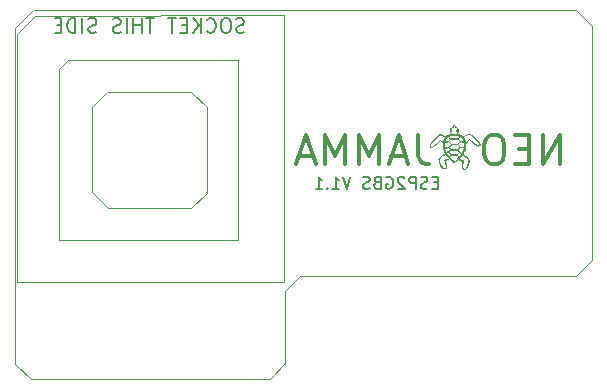
<source format=gbo>
G04 #@! TF.FileFunction,Legend,Bot*
%FSLAX46Y46*%
G04 Gerber Fmt 4.6, Leading zero omitted, Abs format (unit mm)*
G04 Created by KiCad (PCBNEW 4.0.7) date 08/06/20 13:21:24*
%MOMM*%
%LPD*%
G01*
G04 APERTURE LIST*
%ADD10C,0.100000*%
%ADD11C,0.200000*%
%ADD12C,0.150000*%
%ADD13C,0.300000*%
%ADD14C,0.010000*%
G04 APERTURE END LIST*
D10*
X110650000Y-128175000D02*
X130875000Y-128175000D01*
X158175000Y-98250000D02*
X158175000Y-98275000D01*
X156850000Y-96925000D02*
X158175000Y-98250000D01*
X110900000Y-96925000D02*
X156850000Y-96925000D01*
X109332000Y-126860000D02*
X109332000Y-98475000D01*
X132200000Y-120725000D02*
X132200000Y-126853000D01*
X133496000Y-119442000D02*
X132201000Y-120737000D01*
X158176000Y-118118000D02*
X156842000Y-119452000D01*
X158176000Y-98247000D02*
X158176000Y-118118000D01*
X109354000Y-98465000D02*
X110893000Y-96926000D01*
X133500000Y-119452000D02*
X156827000Y-119452000D01*
D11*
X128729572Y-98778714D02*
X128558143Y-98835857D01*
X128272429Y-98835857D01*
X128158143Y-98778714D01*
X128101000Y-98721571D01*
X128043857Y-98607286D01*
X128043857Y-98493000D01*
X128101000Y-98378714D01*
X128158143Y-98321571D01*
X128272429Y-98264429D01*
X128501000Y-98207286D01*
X128615286Y-98150143D01*
X128672429Y-98093000D01*
X128729572Y-97978714D01*
X128729572Y-97864429D01*
X128672429Y-97750143D01*
X128615286Y-97693000D01*
X128501000Y-97635857D01*
X128215286Y-97635857D01*
X128043857Y-97693000D01*
X127301000Y-97635857D02*
X127072429Y-97635857D01*
X126958143Y-97693000D01*
X126843857Y-97807286D01*
X126786715Y-98035857D01*
X126786715Y-98435857D01*
X126843857Y-98664429D01*
X126958143Y-98778714D01*
X127072429Y-98835857D01*
X127301000Y-98835857D01*
X127415286Y-98778714D01*
X127529572Y-98664429D01*
X127586715Y-98435857D01*
X127586715Y-98035857D01*
X127529572Y-97807286D01*
X127415286Y-97693000D01*
X127301000Y-97635857D01*
X125586714Y-98721571D02*
X125643857Y-98778714D01*
X125815286Y-98835857D01*
X125929572Y-98835857D01*
X126101000Y-98778714D01*
X126215286Y-98664429D01*
X126272429Y-98550143D01*
X126329572Y-98321571D01*
X126329572Y-98150143D01*
X126272429Y-97921571D01*
X126215286Y-97807286D01*
X126101000Y-97693000D01*
X125929572Y-97635857D01*
X125815286Y-97635857D01*
X125643857Y-97693000D01*
X125586714Y-97750143D01*
X125072429Y-98835857D02*
X125072429Y-97635857D01*
X124386714Y-98835857D02*
X124901000Y-98150143D01*
X124386714Y-97635857D02*
X125072429Y-98321571D01*
X123872429Y-98207286D02*
X123472429Y-98207286D01*
X123301000Y-98835857D02*
X123872429Y-98835857D01*
X123872429Y-97635857D01*
X123301000Y-97635857D01*
X122958143Y-97635857D02*
X122272429Y-97635857D01*
X122615286Y-98835857D02*
X122615286Y-97635857D01*
X121129571Y-97635857D02*
X120443857Y-97635857D01*
X120786714Y-98835857D02*
X120786714Y-97635857D01*
X120043857Y-98835857D02*
X120043857Y-97635857D01*
X120043857Y-98207286D02*
X119358142Y-98207286D01*
X119358142Y-98835857D02*
X119358142Y-97635857D01*
X118786714Y-98835857D02*
X118786714Y-97635857D01*
X118272428Y-98778714D02*
X118100999Y-98835857D01*
X117815285Y-98835857D01*
X117700999Y-98778714D01*
X117643856Y-98721571D01*
X117586713Y-98607286D01*
X117586713Y-98493000D01*
X117643856Y-98378714D01*
X117700999Y-98321571D01*
X117815285Y-98264429D01*
X118043856Y-98207286D01*
X118158142Y-98150143D01*
X118215285Y-98093000D01*
X118272428Y-97978714D01*
X118272428Y-97864429D01*
X118215285Y-97750143D01*
X118158142Y-97693000D01*
X118043856Y-97635857D01*
X117758142Y-97635857D01*
X117586713Y-97693000D01*
X116215285Y-98778714D02*
X116043856Y-98835857D01*
X115758142Y-98835857D01*
X115643856Y-98778714D01*
X115586713Y-98721571D01*
X115529570Y-98607286D01*
X115529570Y-98493000D01*
X115586713Y-98378714D01*
X115643856Y-98321571D01*
X115758142Y-98264429D01*
X115986713Y-98207286D01*
X116100999Y-98150143D01*
X116158142Y-98093000D01*
X116215285Y-97978714D01*
X116215285Y-97864429D01*
X116158142Y-97750143D01*
X116100999Y-97693000D01*
X115986713Y-97635857D01*
X115700999Y-97635857D01*
X115529570Y-97693000D01*
X115015285Y-98835857D02*
X115015285Y-97635857D01*
X114443856Y-98835857D02*
X114443856Y-97635857D01*
X114158141Y-97635857D01*
X113986713Y-97693000D01*
X113872427Y-97807286D01*
X113815284Y-97921571D01*
X113758141Y-98150143D01*
X113758141Y-98321571D01*
X113815284Y-98550143D01*
X113872427Y-98664429D01*
X113986713Y-98778714D01*
X114158141Y-98835857D01*
X114443856Y-98835857D01*
X113243856Y-98207286D02*
X112843856Y-98207286D01*
X112672427Y-98835857D02*
X113243856Y-98835857D01*
X113243856Y-97635857D01*
X112672427Y-97635857D01*
D12*
X145109857Y-111520571D02*
X144776523Y-111520571D01*
X144633666Y-112044381D02*
X145109857Y-112044381D01*
X145109857Y-111044381D01*
X144633666Y-111044381D01*
X144252714Y-111996762D02*
X144109857Y-112044381D01*
X143871761Y-112044381D01*
X143776523Y-111996762D01*
X143728904Y-111949143D01*
X143681285Y-111853905D01*
X143681285Y-111758667D01*
X143728904Y-111663429D01*
X143776523Y-111615810D01*
X143871761Y-111568190D01*
X144062238Y-111520571D01*
X144157476Y-111472952D01*
X144205095Y-111425333D01*
X144252714Y-111330095D01*
X144252714Y-111234857D01*
X144205095Y-111139619D01*
X144157476Y-111092000D01*
X144062238Y-111044381D01*
X143824142Y-111044381D01*
X143681285Y-111092000D01*
X143252714Y-112044381D02*
X143252714Y-111044381D01*
X142871761Y-111044381D01*
X142776523Y-111092000D01*
X142728904Y-111139619D01*
X142681285Y-111234857D01*
X142681285Y-111377714D01*
X142728904Y-111472952D01*
X142776523Y-111520571D01*
X142871761Y-111568190D01*
X143252714Y-111568190D01*
X142300333Y-111139619D02*
X142252714Y-111092000D01*
X142157476Y-111044381D01*
X141919380Y-111044381D01*
X141824142Y-111092000D01*
X141776523Y-111139619D01*
X141728904Y-111234857D01*
X141728904Y-111330095D01*
X141776523Y-111472952D01*
X142347952Y-112044381D01*
X141728904Y-112044381D01*
X140776523Y-111092000D02*
X140871761Y-111044381D01*
X141014618Y-111044381D01*
X141157476Y-111092000D01*
X141252714Y-111187238D01*
X141300333Y-111282476D01*
X141347952Y-111472952D01*
X141347952Y-111615810D01*
X141300333Y-111806286D01*
X141252714Y-111901524D01*
X141157476Y-111996762D01*
X141014618Y-112044381D01*
X140919380Y-112044381D01*
X140776523Y-111996762D01*
X140728904Y-111949143D01*
X140728904Y-111615810D01*
X140919380Y-111615810D01*
X139966999Y-111520571D02*
X139824142Y-111568190D01*
X139776523Y-111615810D01*
X139728904Y-111711048D01*
X139728904Y-111853905D01*
X139776523Y-111949143D01*
X139824142Y-111996762D01*
X139919380Y-112044381D01*
X140300333Y-112044381D01*
X140300333Y-111044381D01*
X139966999Y-111044381D01*
X139871761Y-111092000D01*
X139824142Y-111139619D01*
X139776523Y-111234857D01*
X139776523Y-111330095D01*
X139824142Y-111425333D01*
X139871761Y-111472952D01*
X139966999Y-111520571D01*
X140300333Y-111520571D01*
X139347952Y-111996762D02*
X139205095Y-112044381D01*
X138966999Y-112044381D01*
X138871761Y-111996762D01*
X138824142Y-111949143D01*
X138776523Y-111853905D01*
X138776523Y-111758667D01*
X138824142Y-111663429D01*
X138871761Y-111615810D01*
X138966999Y-111568190D01*
X139157476Y-111520571D01*
X139252714Y-111472952D01*
X139300333Y-111425333D01*
X139347952Y-111330095D01*
X139347952Y-111234857D01*
X139300333Y-111139619D01*
X139252714Y-111092000D01*
X139157476Y-111044381D01*
X138919380Y-111044381D01*
X138776523Y-111092000D01*
X137728904Y-111044381D02*
X137395571Y-112044381D01*
X137062237Y-111044381D01*
X136205094Y-112044381D02*
X136776523Y-112044381D01*
X136490809Y-112044381D02*
X136490809Y-111044381D01*
X136586047Y-111187238D01*
X136681285Y-111282476D01*
X136776523Y-111330095D01*
X135776523Y-111949143D02*
X135728904Y-111996762D01*
X135776523Y-112044381D01*
X135824142Y-111996762D01*
X135776523Y-111949143D01*
X135776523Y-112044381D01*
X134776523Y-112044381D02*
X135347952Y-112044381D01*
X135062238Y-112044381D02*
X135062238Y-111044381D01*
X135157476Y-111187238D01*
X135252714Y-111282476D01*
X135347952Y-111330095D01*
D13*
X155489905Y-109984952D02*
X155489905Y-107484952D01*
X154061333Y-109984952D01*
X154061333Y-107484952D01*
X152870857Y-108675429D02*
X152037524Y-108675429D01*
X151680381Y-109984952D02*
X152870857Y-109984952D01*
X152870857Y-107484952D01*
X151680381Y-107484952D01*
X150132761Y-107484952D02*
X149656571Y-107484952D01*
X149418476Y-107604000D01*
X149180380Y-107842095D01*
X149061333Y-108318286D01*
X149061333Y-109151619D01*
X149180380Y-109627810D01*
X149418476Y-109865905D01*
X149656571Y-109984952D01*
X150132761Y-109984952D01*
X150370857Y-109865905D01*
X150608952Y-109627810D01*
X150728000Y-109151619D01*
X150728000Y-108318286D01*
X150608952Y-107842095D01*
X150370857Y-107604000D01*
X150132761Y-107484952D01*
X143466094Y-107484952D02*
X143466094Y-109270667D01*
X143585142Y-109627810D01*
X143823237Y-109865905D01*
X144180380Y-109984952D01*
X144418475Y-109984952D01*
X142394666Y-109270667D02*
X141204189Y-109270667D01*
X142632761Y-109984952D02*
X141799427Y-107484952D01*
X140966094Y-109984952D01*
X140132761Y-109984952D02*
X140132761Y-107484952D01*
X139299428Y-109270667D01*
X138466094Y-107484952D01*
X138466094Y-109984952D01*
X137275618Y-109984952D02*
X137275618Y-107484952D01*
X136442285Y-109270667D01*
X135608951Y-107484952D01*
X135608951Y-109984952D01*
X134537523Y-109270667D02*
X133347046Y-109270667D01*
X134775618Y-109984952D02*
X133942284Y-107484952D01*
X133108951Y-109984952D01*
D10*
X117180000Y-113675000D02*
X117180000Y-113645000D01*
X124244000Y-113675000D02*
X117180000Y-113675000D01*
X125555000Y-112365000D02*
X125532000Y-112365000D01*
X125555000Y-105156000D02*
X125555000Y-112365000D01*
X115854000Y-112359000D02*
X115854000Y-105151000D01*
X117165000Y-103823000D02*
X124236000Y-103823000D01*
X109333000Y-126851000D02*
X110643000Y-128161000D01*
X115860000Y-112359000D02*
X117170000Y-113669000D01*
X124252000Y-103845000D02*
X125562000Y-105155000D01*
X132198000Y-126850000D02*
X130903000Y-128145000D01*
X125545000Y-112379000D02*
X124250000Y-113674000D01*
X117158000Y-103830000D02*
X115863000Y-105125000D01*
X132090000Y-97386000D02*
X111012000Y-97389000D01*
X109480000Y-98943000D02*
X109469000Y-119952000D01*
X111018000Y-97391000D02*
X109478000Y-98930000D01*
X113820000Y-101146000D02*
X113027000Y-101946000D01*
X109461000Y-119952000D02*
X132110000Y-119947000D01*
X132110000Y-119947000D02*
X132090000Y-97391000D01*
X113020000Y-101938000D02*
X113020000Y-116355000D01*
X113020000Y-116355000D02*
X128245000Y-116370000D01*
X128245000Y-116370000D02*
X128245000Y-101146000D01*
X128245000Y-101146000D02*
X113801000Y-101149000D01*
D14*
G36*
X146439732Y-106674094D02*
X146379554Y-106724621D01*
X146310935Y-106795346D01*
X146243744Y-106875234D01*
X146187850Y-106953248D01*
X146153123Y-107018355D01*
X146150926Y-107024536D01*
X146139084Y-107084508D01*
X146145074Y-107152116D01*
X146171372Y-107240096D01*
X146212994Y-107343816D01*
X146212934Y-107377691D01*
X146171148Y-107399505D01*
X146159265Y-107402639D01*
X146101918Y-107424835D01*
X146019956Y-107466255D01*
X145931046Y-107517967D01*
X145930389Y-107518377D01*
X145772877Y-107616607D01*
X145650989Y-107559469D01*
X145484055Y-107489807D01*
X145352182Y-107453598D01*
X145256585Y-107451164D01*
X145248356Y-107452967D01*
X145203841Y-107478690D01*
X145129650Y-107539347D01*
X145029497Y-107631589D01*
X144907096Y-107752065D01*
X144833347Y-107827381D01*
X144691845Y-107976118D01*
X144584665Y-108095885D01*
X144508602Y-108191953D01*
X144460453Y-108269593D01*
X144437015Y-108334077D01*
X144435084Y-108390676D01*
X144451455Y-108444661D01*
X144454371Y-108450950D01*
X144484850Y-108500039D01*
X144522316Y-108527417D01*
X144570763Y-108531037D01*
X144634185Y-108508850D01*
X144716575Y-108458808D01*
X144821928Y-108378864D01*
X144954237Y-108266969D01*
X145117495Y-108121076D01*
X145143106Y-108097769D01*
X145301651Y-107953238D01*
X145414961Y-108029338D01*
X145528272Y-108105438D01*
X145528686Y-108352024D01*
X145529838Y-108464591D01*
X145535560Y-108547515D01*
X145549922Y-108617783D01*
X145576995Y-108692382D01*
X145620848Y-108788298D01*
X145645505Y-108839554D01*
X145761909Y-109080500D01*
X145601556Y-109153716D01*
X145424544Y-109261550D01*
X145310357Y-109365282D01*
X145179511Y-109503632D01*
X145193516Y-109658082D01*
X145221043Y-109791545D01*
X145276074Y-109940620D01*
X145349774Y-110086670D01*
X145433307Y-110211056D01*
X145480680Y-110263906D01*
X145538047Y-110313295D01*
X145587048Y-110331901D01*
X145651954Y-110327869D01*
X145664922Y-110325755D01*
X145737754Y-110306069D01*
X145790489Y-110278841D01*
X145797958Y-110271700D01*
X145811860Y-110227107D01*
X145817158Y-110148741D01*
X145814851Y-110052711D01*
X145805937Y-109955128D01*
X145791415Y-109872101D01*
X145772283Y-109819742D01*
X145769731Y-109816293D01*
X145744046Y-109767793D01*
X145721385Y-109697737D01*
X145719763Y-109690820D01*
X145709102Y-109631497D01*
X145720498Y-109606378D01*
X145763896Y-109600334D01*
X145779425Y-109600052D01*
X145850445Y-109587377D01*
X145936734Y-109556723D01*
X145972144Y-109539889D01*
X146084987Y-109480874D01*
X146270467Y-109642637D01*
X146354077Y-109712338D01*
X146426626Y-109766964D01*
X146477824Y-109799053D01*
X146493522Y-109804400D01*
X146528592Y-109788649D01*
X146590429Y-109746540D01*
X146668120Y-109685790D01*
X146704078Y-109655518D01*
X146877061Y-109506637D01*
X146964954Y-109580013D01*
X147043350Y-109630483D01*
X147128557Y-109664420D01*
X147148223Y-109668641D01*
X147209184Y-109679122D01*
X147241666Y-109686137D01*
X147243326Y-109686996D01*
X147236490Y-109710772D01*
X147219279Y-109768303D01*
X147205226Y-109814786D01*
X147180939Y-109926185D01*
X147169089Y-110048982D01*
X147169624Y-110167916D01*
X147182494Y-110267723D01*
X147206941Y-110332148D01*
X147266252Y-110377062D01*
X147346912Y-110390718D01*
X147430260Y-110373161D01*
X147491462Y-110331450D01*
X147528686Y-110279618D01*
X147571583Y-110203182D01*
X147611700Y-110119583D01*
X147640585Y-110046264D01*
X147650000Y-110004267D01*
X147660306Y-109968174D01*
X147686320Y-109905594D01*
X147700800Y-109874602D01*
X147745964Y-109748717D01*
X147746173Y-109731597D01*
X147721503Y-109731597D01*
X147680619Y-109863554D01*
X147675400Y-109874602D01*
X147644818Y-109942876D01*
X147626716Y-109992899D01*
X147624600Y-110004267D01*
X147613315Y-110049752D01*
X147584894Y-110121659D01*
X147547496Y-110202355D01*
X147509275Y-110274206D01*
X147479148Y-110318750D01*
X147422204Y-110352856D01*
X147347182Y-110364459D01*
X147274338Y-110353923D01*
X147223928Y-110321613D01*
X147219094Y-110314069D01*
X147201550Y-110249560D01*
X147194043Y-110151703D01*
X147196222Y-110036877D01*
X147207737Y-109921459D01*
X147228238Y-109821829D01*
X147229720Y-109816800D01*
X147248933Y-109743121D01*
X147257202Y-109690534D01*
X147255736Y-109676487D01*
X147225738Y-109661178D01*
X147165906Y-109646194D01*
X147152956Y-109643937D01*
X147071199Y-109617877D01*
X146988214Y-109572912D01*
X146975360Y-109563646D01*
X146889642Y-109498266D01*
X147031757Y-109321133D01*
X147097410Y-109242379D01*
X147152757Y-109181620D01*
X147189325Y-109147921D01*
X147197388Y-109144000D01*
X147233652Y-109159595D01*
X147297288Y-109200924D01*
X147377849Y-109259801D01*
X147464889Y-109328041D01*
X147547965Y-109397456D01*
X147616628Y-109459863D01*
X147660053Y-109506571D01*
X147714697Y-109613774D01*
X147721503Y-109731597D01*
X147746173Y-109731597D01*
X147747301Y-109639719D01*
X147703534Y-109536740D01*
X147653384Y-109471371D01*
X147583116Y-109401154D01*
X147489205Y-109319803D01*
X147390699Y-109243716D01*
X147380334Y-109236325D01*
X147205500Y-109112858D01*
X147332500Y-108858295D01*
X147387790Y-108745924D01*
X147424131Y-108663475D01*
X147445499Y-108595540D01*
X147455867Y-108526706D01*
X147459211Y-108441563D01*
X147459425Y-108385492D01*
X147432585Y-108385492D01*
X147430506Y-108488115D01*
X147423057Y-108566207D01*
X147405923Y-108636419D01*
X147374790Y-108715402D01*
X147325341Y-108819809D01*
X147314111Y-108842692D01*
X147244634Y-108971579D01*
X147160627Y-109109386D01*
X147076701Y-109232605D01*
X147048926Y-109269369D01*
X146970062Y-109362971D01*
X146877770Y-109461788D01*
X146779985Y-109558529D01*
X146684641Y-109645903D01*
X146599673Y-109716620D01*
X146533016Y-109763388D01*
X146494300Y-109779000D01*
X146459413Y-109763109D01*
X146397442Y-109720440D01*
X146318793Y-109658494D01*
X146271847Y-109618619D01*
X146121164Y-109467049D01*
X146069083Y-109467049D01*
X145957162Y-109521424D01*
X145870098Y-109554741D01*
X145784111Y-109573946D01*
X145757656Y-109575800D01*
X145699397Y-109579005D01*
X145678989Y-109598443D01*
X145683504Y-109648849D01*
X145685230Y-109658350D01*
X145708681Y-109738405D01*
X145739320Y-109803145D01*
X145765247Y-109878913D01*
X145778755Y-110002908D01*
X145780675Y-110068329D01*
X145781029Y-110169462D01*
X145777024Y-110231137D01*
X145765529Y-110264681D01*
X145743414Y-110281421D01*
X145719600Y-110289302D01*
X145624666Y-110308049D01*
X145555711Y-110296302D01*
X145494814Y-110249122D01*
X145469695Y-110220436D01*
X145370883Y-110077881D01*
X145290458Y-109917815D01*
X145236498Y-109758347D01*
X145218936Y-109658305D01*
X145212833Y-109574205D01*
X145218108Y-109518293D01*
X145241654Y-109471091D01*
X145290366Y-109413121D01*
X145315362Y-109385897D01*
X145399044Y-109309812D01*
X145505025Y-109233728D01*
X145616309Y-109168273D01*
X145715899Y-109124073D01*
X145749245Y-109114597D01*
X145786540Y-109130477D01*
X145845895Y-109186470D01*
X145923522Y-109278959D01*
X145929362Y-109286474D01*
X146069083Y-109467049D01*
X146121164Y-109467049D01*
X146027252Y-109372585D01*
X145817379Y-109093400D01*
X145673013Y-108839637D01*
X145619553Y-108728528D01*
X145585183Y-108646353D01*
X145565701Y-108576898D01*
X145556906Y-108503950D01*
X145554595Y-108411295D01*
X145554539Y-108382437D01*
X145568013Y-108191673D01*
X145605733Y-108004374D01*
X145663547Y-107836601D01*
X145725472Y-107721217D01*
X145776578Y-107664333D01*
X145815104Y-107631491D01*
X145738553Y-107631491D01*
X145730908Y-107654666D01*
X145704755Y-107709770D01*
X145671274Y-107774419D01*
X145627929Y-107863918D01*
X145593816Y-107949283D01*
X145580453Y-107994650D01*
X145563517Y-108050619D01*
X145545293Y-108076914D01*
X145543605Y-108077200D01*
X145513034Y-108064082D01*
X145455882Y-108030461D01*
X145412848Y-108002519D01*
X145301651Y-107927838D01*
X145143522Y-108072369D01*
X144973785Y-108224968D01*
X144835584Y-108342800D01*
X144725358Y-108427828D01*
X144639548Y-108482014D01*
X144574595Y-108507320D01*
X144526937Y-108505707D01*
X144493017Y-108479137D01*
X144473538Y-108441652D01*
X144460089Y-108385384D01*
X144465099Y-108326392D01*
X144491923Y-108259269D01*
X144543918Y-108178612D01*
X144624438Y-108079013D01*
X144736839Y-107955069D01*
X144847264Y-107839598D01*
X144972825Y-107713084D01*
X145081345Y-107609535D01*
X145168151Y-107533149D01*
X145228575Y-107488124D01*
X145249572Y-107478062D01*
X145335218Y-107476519D01*
X145452108Y-107504072D01*
X145591520Y-107558461D01*
X145630700Y-107576874D01*
X145693300Y-107607743D01*
X145732680Y-107628016D01*
X145738553Y-107631491D01*
X145815104Y-107631491D01*
X145855383Y-107597155D01*
X145945115Y-107533941D01*
X145947882Y-107532203D01*
X146112128Y-107429500D01*
X146876473Y-107429500D01*
X147040719Y-107532203D01*
X147130521Y-107595068D01*
X147209915Y-107662336D01*
X147262129Y-107719752D01*
X147263129Y-107721217D01*
X147336751Y-107863856D01*
X147392029Y-108039569D01*
X147424969Y-108232699D01*
X147432585Y-108385492D01*
X147459425Y-108385492D01*
X147459500Y-108365883D01*
X147462490Y-108237076D01*
X147471420Y-108157681D01*
X147486228Y-108128204D01*
X147487775Y-108128017D01*
X147518270Y-108110638D01*
X147571021Y-108065097D01*
X147634512Y-108001353D01*
X147752975Y-107874707D01*
X147936438Y-108022489D01*
X148107101Y-108155409D01*
X148256905Y-108262864D01*
X148381920Y-108342348D01*
X148478215Y-108391353D01*
X148540139Y-108407400D01*
X148611853Y-108390886D01*
X148668098Y-108349908D01*
X148691391Y-108297314D01*
X148691401Y-108296258D01*
X148690772Y-108294359D01*
X148656763Y-108294359D01*
X148644663Y-108338860D01*
X148642550Y-108341550D01*
X148587142Y-108377142D01*
X148509523Y-108374294D01*
X148406688Y-108332332D01*
X148294304Y-108263435D01*
X148188386Y-108188586D01*
X148066908Y-108098481D01*
X147953230Y-108010510D01*
X147934924Y-107995862D01*
X147749948Y-107846853D01*
X147628280Y-107979173D01*
X147547599Y-108057825D01*
X147488154Y-108092607D01*
X147446090Y-108083820D01*
X147417553Y-108031765D01*
X147408525Y-107996366D01*
X147386285Y-107925874D01*
X147348370Y-107836279D01*
X147320613Y-107780485D01*
X147250366Y-107648870D01*
X147367633Y-107589985D01*
X147451797Y-107545528D01*
X147528676Y-107501380D01*
X147553853Y-107485559D01*
X147621172Y-107455075D01*
X147710822Y-107431143D01*
X147749782Y-107424980D01*
X147876759Y-107409942D01*
X148218069Y-107745492D01*
X148378517Y-107907417D01*
X148500765Y-108040675D01*
X148586659Y-108147857D01*
X148638043Y-108231555D01*
X148656763Y-108294359D01*
X148690772Y-108294359D01*
X148671509Y-108236242D01*
X148612632Y-108146603D01*
X148515967Y-108028798D01*
X148382711Y-107884286D01*
X148214061Y-107714522D01*
X148211314Y-107711835D01*
X147876512Y-107384571D01*
X147747867Y-107399807D01*
X147667930Y-107413086D01*
X147607711Y-107429931D01*
X147590161Y-107438963D01*
X147552258Y-107463504D01*
X147487017Y-107500163D01*
X147408774Y-107541541D01*
X147331865Y-107580239D01*
X147270624Y-107608859D01*
X147239418Y-107620000D01*
X147210494Y-107607389D01*
X147150880Y-107574076D01*
X147072610Y-107526839D01*
X147059725Y-107518796D01*
X146968106Y-107466092D01*
X146881102Y-107423993D01*
X146817085Y-107401358D01*
X146815565Y-107401042D01*
X146759797Y-107383509D01*
X146746091Y-107357656D01*
X146750329Y-107343496D01*
X146796445Y-107227201D01*
X146820009Y-107142373D01*
X146820412Y-107134719D01*
X146800015Y-107134719D01*
X146784074Y-107168406D01*
X146753378Y-107166333D01*
X146746164Y-107161027D01*
X146713233Y-107105035D01*
X146722532Y-107039383D01*
X146741950Y-107010354D01*
X146760198Y-106987854D01*
X146743287Y-106997888D01*
X146729250Y-107008385D01*
X146689499Y-107063644D01*
X146697163Y-107126920D01*
X146734002Y-107174053D01*
X146764567Y-107206981D01*
X146768692Y-107239680D01*
X146747653Y-107293053D01*
X146741998Y-107304990D01*
X146700792Y-107391400D01*
X146262409Y-107391400D01*
X146221203Y-107304990D01*
X146196231Y-107246333D01*
X146196217Y-107211716D01*
X146222437Y-107180237D01*
X146229199Y-107174053D01*
X146272752Y-107110506D01*
X146272370Y-107105750D01*
X146245289Y-107105750D01*
X146229411Y-107151279D01*
X146203410Y-107173146D01*
X146175678Y-107159082D01*
X146171634Y-107152665D01*
X146160823Y-107099386D01*
X146166129Y-107049460D01*
X146189357Y-106995796D01*
X146215800Y-106992039D01*
X146239781Y-107038235D01*
X146242653Y-107048829D01*
X146245289Y-107105750D01*
X146272370Y-107105750D01*
X146267094Y-107040150D01*
X146241801Y-106994850D01*
X146225168Y-106964010D01*
X146227361Y-106933235D01*
X146253398Y-106890750D01*
X146308296Y-106824779D01*
X146319971Y-106811398D01*
X146384489Y-106745024D01*
X146442677Y-106697840D01*
X146481412Y-106680200D01*
X146524776Y-106699693D01*
X146585142Y-106750577D01*
X146652126Y-106821454D01*
X146715343Y-106900926D01*
X146764410Y-106977598D01*
X146778169Y-107005914D01*
X146798835Y-107076734D01*
X146800015Y-107134719D01*
X146820412Y-107134719D01*
X146823496Y-107076270D01*
X146812275Y-107024536D01*
X146780625Y-106961628D01*
X146726670Y-106884540D01*
X146660278Y-106804305D01*
X146591320Y-106731960D01*
X146529664Y-106678539D01*
X146485180Y-106655078D01*
X146481600Y-106654800D01*
X146439732Y-106674094D01*
X146439732Y-106674094D01*
G37*
X146439732Y-106674094D02*
X146379554Y-106724621D01*
X146310935Y-106795346D01*
X146243744Y-106875234D01*
X146187850Y-106953248D01*
X146153123Y-107018355D01*
X146150926Y-107024536D01*
X146139084Y-107084508D01*
X146145074Y-107152116D01*
X146171372Y-107240096D01*
X146212994Y-107343816D01*
X146212934Y-107377691D01*
X146171148Y-107399505D01*
X146159265Y-107402639D01*
X146101918Y-107424835D01*
X146019956Y-107466255D01*
X145931046Y-107517967D01*
X145930389Y-107518377D01*
X145772877Y-107616607D01*
X145650989Y-107559469D01*
X145484055Y-107489807D01*
X145352182Y-107453598D01*
X145256585Y-107451164D01*
X145248356Y-107452967D01*
X145203841Y-107478690D01*
X145129650Y-107539347D01*
X145029497Y-107631589D01*
X144907096Y-107752065D01*
X144833347Y-107827381D01*
X144691845Y-107976118D01*
X144584665Y-108095885D01*
X144508602Y-108191953D01*
X144460453Y-108269593D01*
X144437015Y-108334077D01*
X144435084Y-108390676D01*
X144451455Y-108444661D01*
X144454371Y-108450950D01*
X144484850Y-108500039D01*
X144522316Y-108527417D01*
X144570763Y-108531037D01*
X144634185Y-108508850D01*
X144716575Y-108458808D01*
X144821928Y-108378864D01*
X144954237Y-108266969D01*
X145117495Y-108121076D01*
X145143106Y-108097769D01*
X145301651Y-107953238D01*
X145414961Y-108029338D01*
X145528272Y-108105438D01*
X145528686Y-108352024D01*
X145529838Y-108464591D01*
X145535560Y-108547515D01*
X145549922Y-108617783D01*
X145576995Y-108692382D01*
X145620848Y-108788298D01*
X145645505Y-108839554D01*
X145761909Y-109080500D01*
X145601556Y-109153716D01*
X145424544Y-109261550D01*
X145310357Y-109365282D01*
X145179511Y-109503632D01*
X145193516Y-109658082D01*
X145221043Y-109791545D01*
X145276074Y-109940620D01*
X145349774Y-110086670D01*
X145433307Y-110211056D01*
X145480680Y-110263906D01*
X145538047Y-110313295D01*
X145587048Y-110331901D01*
X145651954Y-110327869D01*
X145664922Y-110325755D01*
X145737754Y-110306069D01*
X145790489Y-110278841D01*
X145797958Y-110271700D01*
X145811860Y-110227107D01*
X145817158Y-110148741D01*
X145814851Y-110052711D01*
X145805937Y-109955128D01*
X145791415Y-109872101D01*
X145772283Y-109819742D01*
X145769731Y-109816293D01*
X145744046Y-109767793D01*
X145721385Y-109697737D01*
X145719763Y-109690820D01*
X145709102Y-109631497D01*
X145720498Y-109606378D01*
X145763896Y-109600334D01*
X145779425Y-109600052D01*
X145850445Y-109587377D01*
X145936734Y-109556723D01*
X145972144Y-109539889D01*
X146084987Y-109480874D01*
X146270467Y-109642637D01*
X146354077Y-109712338D01*
X146426626Y-109766964D01*
X146477824Y-109799053D01*
X146493522Y-109804400D01*
X146528592Y-109788649D01*
X146590429Y-109746540D01*
X146668120Y-109685790D01*
X146704078Y-109655518D01*
X146877061Y-109506637D01*
X146964954Y-109580013D01*
X147043350Y-109630483D01*
X147128557Y-109664420D01*
X147148223Y-109668641D01*
X147209184Y-109679122D01*
X147241666Y-109686137D01*
X147243326Y-109686996D01*
X147236490Y-109710772D01*
X147219279Y-109768303D01*
X147205226Y-109814786D01*
X147180939Y-109926185D01*
X147169089Y-110048982D01*
X147169624Y-110167916D01*
X147182494Y-110267723D01*
X147206941Y-110332148D01*
X147266252Y-110377062D01*
X147346912Y-110390718D01*
X147430260Y-110373161D01*
X147491462Y-110331450D01*
X147528686Y-110279618D01*
X147571583Y-110203182D01*
X147611700Y-110119583D01*
X147640585Y-110046264D01*
X147650000Y-110004267D01*
X147660306Y-109968174D01*
X147686320Y-109905594D01*
X147700800Y-109874602D01*
X147745964Y-109748717D01*
X147746173Y-109731597D01*
X147721503Y-109731597D01*
X147680619Y-109863554D01*
X147675400Y-109874602D01*
X147644818Y-109942876D01*
X147626716Y-109992899D01*
X147624600Y-110004267D01*
X147613315Y-110049752D01*
X147584894Y-110121659D01*
X147547496Y-110202355D01*
X147509275Y-110274206D01*
X147479148Y-110318750D01*
X147422204Y-110352856D01*
X147347182Y-110364459D01*
X147274338Y-110353923D01*
X147223928Y-110321613D01*
X147219094Y-110314069D01*
X147201550Y-110249560D01*
X147194043Y-110151703D01*
X147196222Y-110036877D01*
X147207737Y-109921459D01*
X147228238Y-109821829D01*
X147229720Y-109816800D01*
X147248933Y-109743121D01*
X147257202Y-109690534D01*
X147255736Y-109676487D01*
X147225738Y-109661178D01*
X147165906Y-109646194D01*
X147152956Y-109643937D01*
X147071199Y-109617877D01*
X146988214Y-109572912D01*
X146975360Y-109563646D01*
X146889642Y-109498266D01*
X147031757Y-109321133D01*
X147097410Y-109242379D01*
X147152757Y-109181620D01*
X147189325Y-109147921D01*
X147197388Y-109144000D01*
X147233652Y-109159595D01*
X147297288Y-109200924D01*
X147377849Y-109259801D01*
X147464889Y-109328041D01*
X147547965Y-109397456D01*
X147616628Y-109459863D01*
X147660053Y-109506571D01*
X147714697Y-109613774D01*
X147721503Y-109731597D01*
X147746173Y-109731597D01*
X147747301Y-109639719D01*
X147703534Y-109536740D01*
X147653384Y-109471371D01*
X147583116Y-109401154D01*
X147489205Y-109319803D01*
X147390699Y-109243716D01*
X147380334Y-109236325D01*
X147205500Y-109112858D01*
X147332500Y-108858295D01*
X147387790Y-108745924D01*
X147424131Y-108663475D01*
X147445499Y-108595540D01*
X147455867Y-108526706D01*
X147459211Y-108441563D01*
X147459425Y-108385492D01*
X147432585Y-108385492D01*
X147430506Y-108488115D01*
X147423057Y-108566207D01*
X147405923Y-108636419D01*
X147374790Y-108715402D01*
X147325341Y-108819809D01*
X147314111Y-108842692D01*
X147244634Y-108971579D01*
X147160627Y-109109386D01*
X147076701Y-109232605D01*
X147048926Y-109269369D01*
X146970062Y-109362971D01*
X146877770Y-109461788D01*
X146779985Y-109558529D01*
X146684641Y-109645903D01*
X146599673Y-109716620D01*
X146533016Y-109763388D01*
X146494300Y-109779000D01*
X146459413Y-109763109D01*
X146397442Y-109720440D01*
X146318793Y-109658494D01*
X146271847Y-109618619D01*
X146121164Y-109467049D01*
X146069083Y-109467049D01*
X145957162Y-109521424D01*
X145870098Y-109554741D01*
X145784111Y-109573946D01*
X145757656Y-109575800D01*
X145699397Y-109579005D01*
X145678989Y-109598443D01*
X145683504Y-109648849D01*
X145685230Y-109658350D01*
X145708681Y-109738405D01*
X145739320Y-109803145D01*
X145765247Y-109878913D01*
X145778755Y-110002908D01*
X145780675Y-110068329D01*
X145781029Y-110169462D01*
X145777024Y-110231137D01*
X145765529Y-110264681D01*
X145743414Y-110281421D01*
X145719600Y-110289302D01*
X145624666Y-110308049D01*
X145555711Y-110296302D01*
X145494814Y-110249122D01*
X145469695Y-110220436D01*
X145370883Y-110077881D01*
X145290458Y-109917815D01*
X145236498Y-109758347D01*
X145218936Y-109658305D01*
X145212833Y-109574205D01*
X145218108Y-109518293D01*
X145241654Y-109471091D01*
X145290366Y-109413121D01*
X145315362Y-109385897D01*
X145399044Y-109309812D01*
X145505025Y-109233728D01*
X145616309Y-109168273D01*
X145715899Y-109124073D01*
X145749245Y-109114597D01*
X145786540Y-109130477D01*
X145845895Y-109186470D01*
X145923522Y-109278959D01*
X145929362Y-109286474D01*
X146069083Y-109467049D01*
X146121164Y-109467049D01*
X146027252Y-109372585D01*
X145817379Y-109093400D01*
X145673013Y-108839637D01*
X145619553Y-108728528D01*
X145585183Y-108646353D01*
X145565701Y-108576898D01*
X145556906Y-108503950D01*
X145554595Y-108411295D01*
X145554539Y-108382437D01*
X145568013Y-108191673D01*
X145605733Y-108004374D01*
X145663547Y-107836601D01*
X145725472Y-107721217D01*
X145776578Y-107664333D01*
X145815104Y-107631491D01*
X145738553Y-107631491D01*
X145730908Y-107654666D01*
X145704755Y-107709770D01*
X145671274Y-107774419D01*
X145627929Y-107863918D01*
X145593816Y-107949283D01*
X145580453Y-107994650D01*
X145563517Y-108050619D01*
X145545293Y-108076914D01*
X145543605Y-108077200D01*
X145513034Y-108064082D01*
X145455882Y-108030461D01*
X145412848Y-108002519D01*
X145301651Y-107927838D01*
X145143522Y-108072369D01*
X144973785Y-108224968D01*
X144835584Y-108342800D01*
X144725358Y-108427828D01*
X144639548Y-108482014D01*
X144574595Y-108507320D01*
X144526937Y-108505707D01*
X144493017Y-108479137D01*
X144473538Y-108441652D01*
X144460089Y-108385384D01*
X144465099Y-108326392D01*
X144491923Y-108259269D01*
X144543918Y-108178612D01*
X144624438Y-108079013D01*
X144736839Y-107955069D01*
X144847264Y-107839598D01*
X144972825Y-107713084D01*
X145081345Y-107609535D01*
X145168151Y-107533149D01*
X145228575Y-107488124D01*
X145249572Y-107478062D01*
X145335218Y-107476519D01*
X145452108Y-107504072D01*
X145591520Y-107558461D01*
X145630700Y-107576874D01*
X145693300Y-107607743D01*
X145732680Y-107628016D01*
X145738553Y-107631491D01*
X145815104Y-107631491D01*
X145855383Y-107597155D01*
X145945115Y-107533941D01*
X145947882Y-107532203D01*
X146112128Y-107429500D01*
X146876473Y-107429500D01*
X147040719Y-107532203D01*
X147130521Y-107595068D01*
X147209915Y-107662336D01*
X147262129Y-107719752D01*
X147263129Y-107721217D01*
X147336751Y-107863856D01*
X147392029Y-108039569D01*
X147424969Y-108232699D01*
X147432585Y-108385492D01*
X147459425Y-108385492D01*
X147459500Y-108365883D01*
X147462490Y-108237076D01*
X147471420Y-108157681D01*
X147486228Y-108128204D01*
X147487775Y-108128017D01*
X147518270Y-108110638D01*
X147571021Y-108065097D01*
X147634512Y-108001353D01*
X147752975Y-107874707D01*
X147936438Y-108022489D01*
X148107101Y-108155409D01*
X148256905Y-108262864D01*
X148381920Y-108342348D01*
X148478215Y-108391353D01*
X148540139Y-108407400D01*
X148611853Y-108390886D01*
X148668098Y-108349908D01*
X148691391Y-108297314D01*
X148691401Y-108296258D01*
X148690772Y-108294359D01*
X148656763Y-108294359D01*
X148644663Y-108338860D01*
X148642550Y-108341550D01*
X148587142Y-108377142D01*
X148509523Y-108374294D01*
X148406688Y-108332332D01*
X148294304Y-108263435D01*
X148188386Y-108188586D01*
X148066908Y-108098481D01*
X147953230Y-108010510D01*
X147934924Y-107995862D01*
X147749948Y-107846853D01*
X147628280Y-107979173D01*
X147547599Y-108057825D01*
X147488154Y-108092607D01*
X147446090Y-108083820D01*
X147417553Y-108031765D01*
X147408525Y-107996366D01*
X147386285Y-107925874D01*
X147348370Y-107836279D01*
X147320613Y-107780485D01*
X147250366Y-107648870D01*
X147367633Y-107589985D01*
X147451797Y-107545528D01*
X147528676Y-107501380D01*
X147553853Y-107485559D01*
X147621172Y-107455075D01*
X147710822Y-107431143D01*
X147749782Y-107424980D01*
X147876759Y-107409942D01*
X148218069Y-107745492D01*
X148378517Y-107907417D01*
X148500765Y-108040675D01*
X148586659Y-108147857D01*
X148638043Y-108231555D01*
X148656763Y-108294359D01*
X148690772Y-108294359D01*
X148671509Y-108236242D01*
X148612632Y-108146603D01*
X148515967Y-108028798D01*
X148382711Y-107884286D01*
X148214061Y-107714522D01*
X148211314Y-107711835D01*
X147876512Y-107384571D01*
X147747867Y-107399807D01*
X147667930Y-107413086D01*
X147607711Y-107429931D01*
X147590161Y-107438963D01*
X147552258Y-107463504D01*
X147487017Y-107500163D01*
X147408774Y-107541541D01*
X147331865Y-107580239D01*
X147270624Y-107608859D01*
X147239418Y-107620000D01*
X147210494Y-107607389D01*
X147150880Y-107574076D01*
X147072610Y-107526839D01*
X147059725Y-107518796D01*
X146968106Y-107466092D01*
X146881102Y-107423993D01*
X146817085Y-107401358D01*
X146815565Y-107401042D01*
X146759797Y-107383509D01*
X146746091Y-107357656D01*
X146750329Y-107343496D01*
X146796445Y-107227201D01*
X146820009Y-107142373D01*
X146820412Y-107134719D01*
X146800015Y-107134719D01*
X146784074Y-107168406D01*
X146753378Y-107166333D01*
X146746164Y-107161027D01*
X146713233Y-107105035D01*
X146722532Y-107039383D01*
X146741950Y-107010354D01*
X146760198Y-106987854D01*
X146743287Y-106997888D01*
X146729250Y-107008385D01*
X146689499Y-107063644D01*
X146697163Y-107126920D01*
X146734002Y-107174053D01*
X146764567Y-107206981D01*
X146768692Y-107239680D01*
X146747653Y-107293053D01*
X146741998Y-107304990D01*
X146700792Y-107391400D01*
X146262409Y-107391400D01*
X146221203Y-107304990D01*
X146196231Y-107246333D01*
X146196217Y-107211716D01*
X146222437Y-107180237D01*
X146229199Y-107174053D01*
X146272752Y-107110506D01*
X146272370Y-107105750D01*
X146245289Y-107105750D01*
X146229411Y-107151279D01*
X146203410Y-107173146D01*
X146175678Y-107159082D01*
X146171634Y-107152665D01*
X146160823Y-107099386D01*
X146166129Y-107049460D01*
X146189357Y-106995796D01*
X146215800Y-106992039D01*
X146239781Y-107038235D01*
X146242653Y-107048829D01*
X146245289Y-107105750D01*
X146272370Y-107105750D01*
X146267094Y-107040150D01*
X146241801Y-106994850D01*
X146225168Y-106964010D01*
X146227361Y-106933235D01*
X146253398Y-106890750D01*
X146308296Y-106824779D01*
X146319971Y-106811398D01*
X146384489Y-106745024D01*
X146442677Y-106697840D01*
X146481412Y-106680200D01*
X146524776Y-106699693D01*
X146585142Y-106750577D01*
X146652126Y-106821454D01*
X146715343Y-106900926D01*
X146764410Y-106977598D01*
X146778169Y-107005914D01*
X146798835Y-107076734D01*
X146800015Y-107134719D01*
X146820412Y-107134719D01*
X146823496Y-107076270D01*
X146812275Y-107024536D01*
X146780625Y-106961628D01*
X146726670Y-106884540D01*
X146660278Y-106804305D01*
X146591320Y-106731960D01*
X146529664Y-106678539D01*
X146485180Y-106655078D01*
X146481600Y-106654800D01*
X146439732Y-106674094D01*
G36*
X145935500Y-107581900D02*
X145838187Y-107654418D01*
X145771297Y-107726720D01*
X145717983Y-107817198D01*
X145715627Y-107822004D01*
X145633311Y-108045227D01*
X145596929Y-108284760D01*
X145597462Y-108451726D01*
X145608930Y-108573701D01*
X145631358Y-108670480D01*
X145671621Y-108767507D01*
X145695500Y-108814443D01*
X145819002Y-109021115D01*
X145972638Y-109234409D01*
X146142439Y-109435740D01*
X146234323Y-109531350D01*
X146320862Y-109614061D01*
X146383764Y-109665641D01*
X146433252Y-109692831D01*
X146479546Y-109702371D01*
X146494300Y-109702800D01*
X146541626Y-109697230D01*
X146589087Y-109676028D01*
X146646904Y-109632453D01*
X146725298Y-109559763D01*
X146754278Y-109531350D01*
X146894890Y-109380231D01*
X146865947Y-109380231D01*
X146835784Y-109425594D01*
X146772759Y-109489275D01*
X146735721Y-109524883D01*
X146635242Y-109614338D01*
X146554383Y-109664411D01*
X146482595Y-109676591D01*
X146409333Y-109652370D01*
X146324047Y-109593237D01*
X146313347Y-109584556D01*
X146240432Y-109519769D01*
X146177325Y-109455160D01*
X146151605Y-109423687D01*
X146103166Y-109355661D01*
X146179933Y-109262530D01*
X146256699Y-109169400D01*
X146491722Y-109169400D01*
X146604697Y-109170571D01*
X146678803Y-109175678D01*
X146725947Y-109187107D01*
X146758038Y-109207245D01*
X146776828Y-109226550D01*
X146834712Y-109293459D01*
X146865004Y-109340436D01*
X146865947Y-109380231D01*
X146894890Y-109380231D01*
X146912129Y-109361704D01*
X147063365Y-109173858D01*
X147121804Y-109090100D01*
X147078500Y-109090100D01*
X147064840Y-109122760D01*
X147029569Y-109181646D01*
X146994596Y-109233492D01*
X146910691Y-109352529D01*
X146825173Y-109254614D01*
X146739655Y-109156700D01*
X146744637Y-109151543D01*
X146249536Y-109151543D01*
X146168718Y-109248913D01*
X146121423Y-109304807D01*
X146089701Y-109340246D01*
X146082550Y-109346742D01*
X146066297Y-109327903D01*
X146027272Y-109277077D01*
X145972461Y-109203447D01*
X145942850Y-109163050D01*
X145825743Y-108994277D01*
X145739281Y-108849444D01*
X145677177Y-108717608D01*
X145658392Y-108667894D01*
X145623156Y-108568024D01*
X145986300Y-108511566D01*
X146081550Y-108604337D01*
X146135198Y-108659042D01*
X146169686Y-108698924D01*
X146176674Y-108711004D01*
X146156960Y-108730666D01*
X146105100Y-108769591D01*
X146031819Y-108819784D01*
X146022710Y-108825781D01*
X145942081Y-108880998D01*
X145876381Y-108930236D01*
X145839370Y-108963162D01*
X145838687Y-108963986D01*
X145837252Y-108974159D01*
X145868557Y-108956676D01*
X145891459Y-108940576D01*
X145974418Y-108879842D01*
X146111977Y-109015692D01*
X146249536Y-109151543D01*
X146744637Y-109151543D01*
X146831218Y-109061925D01*
X146922782Y-108967151D01*
X147000641Y-109016448D01*
X147052035Y-109055087D01*
X147077803Y-109086403D01*
X147078500Y-109090100D01*
X147121804Y-109090100D01*
X147196144Y-108983554D01*
X147296983Y-108809781D01*
X147365933Y-108620962D01*
X147368786Y-108600463D01*
X147336999Y-108600463D01*
X147332880Y-108639224D01*
X147310096Y-108708614D01*
X147274728Y-108794895D01*
X147232855Y-108884332D01*
X147190559Y-108963186D01*
X147153919Y-109017721D01*
X147150645Y-109021481D01*
X147121476Y-109047466D01*
X147091406Y-109047213D01*
X147041804Y-109019192D01*
X147030133Y-109011586D01*
X146968364Y-108958597D01*
X146957832Y-108946653D01*
X146917995Y-108946653D01*
X146821643Y-109045326D01*
X146725291Y-109144000D01*
X146263965Y-109144000D01*
X145993521Y-108870154D01*
X146091057Y-108803877D01*
X146136581Y-108775238D01*
X146180501Y-108756287D01*
X146234588Y-108745039D01*
X146310611Y-108739511D01*
X146420340Y-108737717D01*
X146484121Y-108737600D01*
X146779650Y-108737600D01*
X146848822Y-108842126D01*
X146917995Y-108946653D01*
X146957832Y-108946653D01*
X146901849Y-108883168D01*
X146870737Y-108840239D01*
X146792601Y-108722160D01*
X146892487Y-108615078D01*
X146992372Y-108507995D01*
X147158013Y-108536840D01*
X147247973Y-108557184D01*
X147312245Y-108580811D01*
X147336999Y-108600463D01*
X147368786Y-108600463D01*
X147395049Y-108411769D01*
X147392846Y-108365667D01*
X147370212Y-108365667D01*
X147369344Y-108465185D01*
X147364778Y-108523118D01*
X147354288Y-108548657D01*
X147335652Y-108550996D01*
X147326150Y-108547783D01*
X147277815Y-108534173D01*
X147198762Y-108517019D01*
X147129300Y-108504128D01*
X147125811Y-108503318D01*
X146969201Y-108503318D01*
X146780489Y-108712200D01*
X146212510Y-108712200D01*
X146113234Y-108610531D01*
X146013957Y-108508863D01*
X146126067Y-108394631D01*
X146238177Y-108280400D01*
X146750424Y-108280400D01*
X146859812Y-108391859D01*
X146969201Y-108503318D01*
X147125811Y-108503318D01*
X147028007Y-108480616D01*
X146952064Y-108443700D01*
X146876029Y-108380648D01*
X146868900Y-108373824D01*
X146760900Y-108269724D01*
X146764873Y-108265675D01*
X146227701Y-108265675D01*
X146123172Y-108372181D01*
X146047991Y-108439970D01*
X145975756Y-108478882D01*
X145881206Y-108502286D01*
X145875472Y-108503284D01*
X145759502Y-108523023D01*
X145684830Y-108530976D01*
X145642416Y-108522212D01*
X145623222Y-108491796D01*
X145618210Y-108434797D01*
X145618347Y-108362950D01*
X145619824Y-108241139D01*
X145628079Y-108160596D01*
X145649737Y-108111787D01*
X145691422Y-108085180D01*
X145759757Y-108071241D01*
X145826056Y-108064012D01*
X146004012Y-108046140D01*
X146115856Y-108155908D01*
X146227701Y-108265675D01*
X146764873Y-108265675D01*
X146867839Y-108160762D01*
X146943884Y-108092084D01*
X147006182Y-108058794D01*
X147052039Y-108052405D01*
X147146627Y-108060297D01*
X147238757Y-108079583D01*
X147311936Y-108105808D01*
X147348527Y-108132513D01*
X147358716Y-108172747D01*
X147366360Y-108248767D01*
X147370067Y-108345570D01*
X147370212Y-108365667D01*
X147392846Y-108365667D01*
X147384594Y-108193019D01*
X147353580Y-108057471D01*
X147332605Y-108057471D01*
X147321595Y-108071134D01*
X147299634Y-108064985D01*
X147249550Y-108052480D01*
X147171681Y-108039821D01*
X147129300Y-108034686D01*
X147102146Y-108029957D01*
X146971286Y-108029957D01*
X146860855Y-108142478D01*
X146750424Y-108255000D01*
X146238177Y-108255000D01*
X146130631Y-108145418D01*
X146023086Y-108035837D01*
X146100102Y-107929518D01*
X146177119Y-107823200D01*
X146807532Y-107823200D01*
X146889409Y-107926578D01*
X146971286Y-108029957D01*
X147102146Y-108029957D01*
X147045780Y-108020141D01*
X146984928Y-107990063D01*
X146923584Y-107932064D01*
X146910792Y-107917804D01*
X146819284Y-107814428D01*
X146821862Y-107810500D01*
X146166285Y-107810500D01*
X146088993Y-107916046D01*
X146053433Y-107963083D01*
X146021408Y-107994795D01*
X145981795Y-108015205D01*
X145923468Y-108028330D01*
X145835301Y-108038192D01*
X145725950Y-108047221D01*
X145679128Y-108037157D01*
X145668800Y-108014424D01*
X145678600Y-107972057D01*
X145703944Y-107901178D01*
X145730099Y-107838441D01*
X145793006Y-107726743D01*
X145873777Y-107646370D01*
X145899050Y-107628593D01*
X145963228Y-107587930D01*
X145999282Y-107573869D01*
X146020784Y-107583991D01*
X146034601Y-107604439D01*
X146067542Y-107657858D01*
X146110367Y-107724833D01*
X146114393Y-107731012D01*
X146166285Y-107810500D01*
X146821862Y-107810500D01*
X146872692Y-107733066D01*
X146915940Y-107665959D01*
X146951018Y-107609527D01*
X146954000Y-107604529D01*
X146973380Y-107578699D01*
X146997678Y-107575338D01*
X147040463Y-107596857D01*
X147089595Y-107628622D01*
X147184804Y-107715946D01*
X147261432Y-107841787D01*
X147321535Y-108007046D01*
X147332605Y-108057471D01*
X147353580Y-108057471D01*
X147334830Y-107975528D01*
X147272974Y-107822004D01*
X147219875Y-107730272D01*
X147153960Y-107657547D01*
X147058382Y-107585434D01*
X147053100Y-107581900D01*
X146992415Y-107541443D01*
X146948685Y-107541443D01*
X146948391Y-107562816D01*
X146928648Y-107603284D01*
X146887230Y-107672324D01*
X146848823Y-107735050D01*
X146831169Y-107761515D01*
X146810212Y-107779274D01*
X146776693Y-107789796D01*
X146721350Y-107794550D01*
X146634923Y-107795005D01*
X146508152Y-107792632D01*
X146488604Y-107792200D01*
X146167562Y-107785100D01*
X146096286Y-107663705D01*
X146025010Y-107542311D01*
X146089859Y-107517655D01*
X146144539Y-107507201D01*
X146237421Y-107499717D01*
X146355992Y-107495197D01*
X146487740Y-107493636D01*
X146620154Y-107495025D01*
X146740722Y-107499359D01*
X146836932Y-107506632D01*
X146896272Y-107516837D01*
X146899846Y-107518074D01*
X146931761Y-107529688D01*
X146948685Y-107541443D01*
X146992415Y-107541443D01*
X146900700Y-107480300D01*
X146087900Y-107480300D01*
X145935500Y-107581900D01*
X145935500Y-107581900D01*
G37*
X145935500Y-107581900D02*
X145838187Y-107654418D01*
X145771297Y-107726720D01*
X145717983Y-107817198D01*
X145715627Y-107822004D01*
X145633311Y-108045227D01*
X145596929Y-108284760D01*
X145597462Y-108451726D01*
X145608930Y-108573701D01*
X145631358Y-108670480D01*
X145671621Y-108767507D01*
X145695500Y-108814443D01*
X145819002Y-109021115D01*
X145972638Y-109234409D01*
X146142439Y-109435740D01*
X146234323Y-109531350D01*
X146320862Y-109614061D01*
X146383764Y-109665641D01*
X146433252Y-109692831D01*
X146479546Y-109702371D01*
X146494300Y-109702800D01*
X146541626Y-109697230D01*
X146589087Y-109676028D01*
X146646904Y-109632453D01*
X146725298Y-109559763D01*
X146754278Y-109531350D01*
X146894890Y-109380231D01*
X146865947Y-109380231D01*
X146835784Y-109425594D01*
X146772759Y-109489275D01*
X146735721Y-109524883D01*
X146635242Y-109614338D01*
X146554383Y-109664411D01*
X146482595Y-109676591D01*
X146409333Y-109652370D01*
X146324047Y-109593237D01*
X146313347Y-109584556D01*
X146240432Y-109519769D01*
X146177325Y-109455160D01*
X146151605Y-109423687D01*
X146103166Y-109355661D01*
X146179933Y-109262530D01*
X146256699Y-109169400D01*
X146491722Y-109169400D01*
X146604697Y-109170571D01*
X146678803Y-109175678D01*
X146725947Y-109187107D01*
X146758038Y-109207245D01*
X146776828Y-109226550D01*
X146834712Y-109293459D01*
X146865004Y-109340436D01*
X146865947Y-109380231D01*
X146894890Y-109380231D01*
X146912129Y-109361704D01*
X147063365Y-109173858D01*
X147121804Y-109090100D01*
X147078500Y-109090100D01*
X147064840Y-109122760D01*
X147029569Y-109181646D01*
X146994596Y-109233492D01*
X146910691Y-109352529D01*
X146825173Y-109254614D01*
X146739655Y-109156700D01*
X146744637Y-109151543D01*
X146249536Y-109151543D01*
X146168718Y-109248913D01*
X146121423Y-109304807D01*
X146089701Y-109340246D01*
X146082550Y-109346742D01*
X146066297Y-109327903D01*
X146027272Y-109277077D01*
X145972461Y-109203447D01*
X145942850Y-109163050D01*
X145825743Y-108994277D01*
X145739281Y-108849444D01*
X145677177Y-108717608D01*
X145658392Y-108667894D01*
X145623156Y-108568024D01*
X145986300Y-108511566D01*
X146081550Y-108604337D01*
X146135198Y-108659042D01*
X146169686Y-108698924D01*
X146176674Y-108711004D01*
X146156960Y-108730666D01*
X146105100Y-108769591D01*
X146031819Y-108819784D01*
X146022710Y-108825781D01*
X145942081Y-108880998D01*
X145876381Y-108930236D01*
X145839370Y-108963162D01*
X145838687Y-108963986D01*
X145837252Y-108974159D01*
X145868557Y-108956676D01*
X145891459Y-108940576D01*
X145974418Y-108879842D01*
X146111977Y-109015692D01*
X146249536Y-109151543D01*
X146744637Y-109151543D01*
X146831218Y-109061925D01*
X146922782Y-108967151D01*
X147000641Y-109016448D01*
X147052035Y-109055087D01*
X147077803Y-109086403D01*
X147078500Y-109090100D01*
X147121804Y-109090100D01*
X147196144Y-108983554D01*
X147296983Y-108809781D01*
X147365933Y-108620962D01*
X147368786Y-108600463D01*
X147336999Y-108600463D01*
X147332880Y-108639224D01*
X147310096Y-108708614D01*
X147274728Y-108794895D01*
X147232855Y-108884332D01*
X147190559Y-108963186D01*
X147153919Y-109017721D01*
X147150645Y-109021481D01*
X147121476Y-109047466D01*
X147091406Y-109047213D01*
X147041804Y-109019192D01*
X147030133Y-109011586D01*
X146968364Y-108958597D01*
X146957832Y-108946653D01*
X146917995Y-108946653D01*
X146821643Y-109045326D01*
X146725291Y-109144000D01*
X146263965Y-109144000D01*
X145993521Y-108870154D01*
X146091057Y-108803877D01*
X146136581Y-108775238D01*
X146180501Y-108756287D01*
X146234588Y-108745039D01*
X146310611Y-108739511D01*
X146420340Y-108737717D01*
X146484121Y-108737600D01*
X146779650Y-108737600D01*
X146848822Y-108842126D01*
X146917995Y-108946653D01*
X146957832Y-108946653D01*
X146901849Y-108883168D01*
X146870737Y-108840239D01*
X146792601Y-108722160D01*
X146892487Y-108615078D01*
X146992372Y-108507995D01*
X147158013Y-108536840D01*
X147247973Y-108557184D01*
X147312245Y-108580811D01*
X147336999Y-108600463D01*
X147368786Y-108600463D01*
X147395049Y-108411769D01*
X147392846Y-108365667D01*
X147370212Y-108365667D01*
X147369344Y-108465185D01*
X147364778Y-108523118D01*
X147354288Y-108548657D01*
X147335652Y-108550996D01*
X147326150Y-108547783D01*
X147277815Y-108534173D01*
X147198762Y-108517019D01*
X147129300Y-108504128D01*
X147125811Y-108503318D01*
X146969201Y-108503318D01*
X146780489Y-108712200D01*
X146212510Y-108712200D01*
X146113234Y-108610531D01*
X146013957Y-108508863D01*
X146126067Y-108394631D01*
X146238177Y-108280400D01*
X146750424Y-108280400D01*
X146859812Y-108391859D01*
X146969201Y-108503318D01*
X147125811Y-108503318D01*
X147028007Y-108480616D01*
X146952064Y-108443700D01*
X146876029Y-108380648D01*
X146868900Y-108373824D01*
X146760900Y-108269724D01*
X146764873Y-108265675D01*
X146227701Y-108265675D01*
X146123172Y-108372181D01*
X146047991Y-108439970D01*
X145975756Y-108478882D01*
X145881206Y-108502286D01*
X145875472Y-108503284D01*
X145759502Y-108523023D01*
X145684830Y-108530976D01*
X145642416Y-108522212D01*
X145623222Y-108491796D01*
X145618210Y-108434797D01*
X145618347Y-108362950D01*
X145619824Y-108241139D01*
X145628079Y-108160596D01*
X145649737Y-108111787D01*
X145691422Y-108085180D01*
X145759757Y-108071241D01*
X145826056Y-108064012D01*
X146004012Y-108046140D01*
X146115856Y-108155908D01*
X146227701Y-108265675D01*
X146764873Y-108265675D01*
X146867839Y-108160762D01*
X146943884Y-108092084D01*
X147006182Y-108058794D01*
X147052039Y-108052405D01*
X147146627Y-108060297D01*
X147238757Y-108079583D01*
X147311936Y-108105808D01*
X147348527Y-108132513D01*
X147358716Y-108172747D01*
X147366360Y-108248767D01*
X147370067Y-108345570D01*
X147370212Y-108365667D01*
X147392846Y-108365667D01*
X147384594Y-108193019D01*
X147353580Y-108057471D01*
X147332605Y-108057471D01*
X147321595Y-108071134D01*
X147299634Y-108064985D01*
X147249550Y-108052480D01*
X147171681Y-108039821D01*
X147129300Y-108034686D01*
X147102146Y-108029957D01*
X146971286Y-108029957D01*
X146860855Y-108142478D01*
X146750424Y-108255000D01*
X146238177Y-108255000D01*
X146130631Y-108145418D01*
X146023086Y-108035837D01*
X146100102Y-107929518D01*
X146177119Y-107823200D01*
X146807532Y-107823200D01*
X146889409Y-107926578D01*
X146971286Y-108029957D01*
X147102146Y-108029957D01*
X147045780Y-108020141D01*
X146984928Y-107990063D01*
X146923584Y-107932064D01*
X146910792Y-107917804D01*
X146819284Y-107814428D01*
X146821862Y-107810500D01*
X146166285Y-107810500D01*
X146088993Y-107916046D01*
X146053433Y-107963083D01*
X146021408Y-107994795D01*
X145981795Y-108015205D01*
X145923468Y-108028330D01*
X145835301Y-108038192D01*
X145725950Y-108047221D01*
X145679128Y-108037157D01*
X145668800Y-108014424D01*
X145678600Y-107972057D01*
X145703944Y-107901178D01*
X145730099Y-107838441D01*
X145793006Y-107726743D01*
X145873777Y-107646370D01*
X145899050Y-107628593D01*
X145963228Y-107587930D01*
X145999282Y-107573869D01*
X146020784Y-107583991D01*
X146034601Y-107604439D01*
X146067542Y-107657858D01*
X146110367Y-107724833D01*
X146114393Y-107731012D01*
X146166285Y-107810500D01*
X146821862Y-107810500D01*
X146872692Y-107733066D01*
X146915940Y-107665959D01*
X146951018Y-107609527D01*
X146954000Y-107604529D01*
X146973380Y-107578699D01*
X146997678Y-107575338D01*
X147040463Y-107596857D01*
X147089595Y-107628622D01*
X147184804Y-107715946D01*
X147261432Y-107841787D01*
X147321535Y-108007046D01*
X147332605Y-108057471D01*
X147353580Y-108057471D01*
X147334830Y-107975528D01*
X147272974Y-107822004D01*
X147219875Y-107730272D01*
X147153960Y-107657547D01*
X147058382Y-107585434D01*
X147053100Y-107581900D01*
X146992415Y-107541443D01*
X146948685Y-107541443D01*
X146948391Y-107562816D01*
X146928648Y-107603284D01*
X146887230Y-107672324D01*
X146848823Y-107735050D01*
X146831169Y-107761515D01*
X146810212Y-107779274D01*
X146776693Y-107789796D01*
X146721350Y-107794550D01*
X146634923Y-107795005D01*
X146508152Y-107792632D01*
X146488604Y-107792200D01*
X146167562Y-107785100D01*
X146096286Y-107663705D01*
X146025010Y-107542311D01*
X146089859Y-107517655D01*
X146144539Y-107507201D01*
X146237421Y-107499717D01*
X146355992Y-107495197D01*
X146487740Y-107493636D01*
X146620154Y-107495025D01*
X146740722Y-107499359D01*
X146836932Y-107506632D01*
X146896272Y-107516837D01*
X146899846Y-107518074D01*
X146931761Y-107529688D01*
X146948685Y-107541443D01*
X146992415Y-107541443D01*
X146900700Y-107480300D01*
X146087900Y-107480300D01*
X145935500Y-107581900D01*
G36*
X146540369Y-106772807D02*
X146545100Y-106781800D01*
X146569033Y-106806057D01*
X146573499Y-106807200D01*
X146575232Y-106790792D01*
X146570500Y-106781800D01*
X146546568Y-106757542D01*
X146542102Y-106756400D01*
X146540369Y-106772807D01*
X146540369Y-106772807D01*
G37*
X146540369Y-106772807D02*
X146545100Y-106781800D01*
X146569033Y-106806057D01*
X146573499Y-106807200D01*
X146575232Y-106790792D01*
X146570500Y-106781800D01*
X146546568Y-106757542D01*
X146542102Y-106756400D01*
X146540369Y-106772807D01*
G36*
X146409325Y-106766674D02*
X146382271Y-106790285D01*
X146380000Y-106795999D01*
X146392055Y-106806438D01*
X146417151Y-106783046D01*
X146420526Y-106777875D01*
X146423520Y-106760494D01*
X146409325Y-106766674D01*
X146409325Y-106766674D01*
G37*
X146409325Y-106766674D02*
X146382271Y-106790285D01*
X146380000Y-106795999D01*
X146392055Y-106806438D01*
X146417151Y-106783046D01*
X146420526Y-106777875D01*
X146423520Y-106760494D01*
X146409325Y-106766674D01*
M02*

</source>
